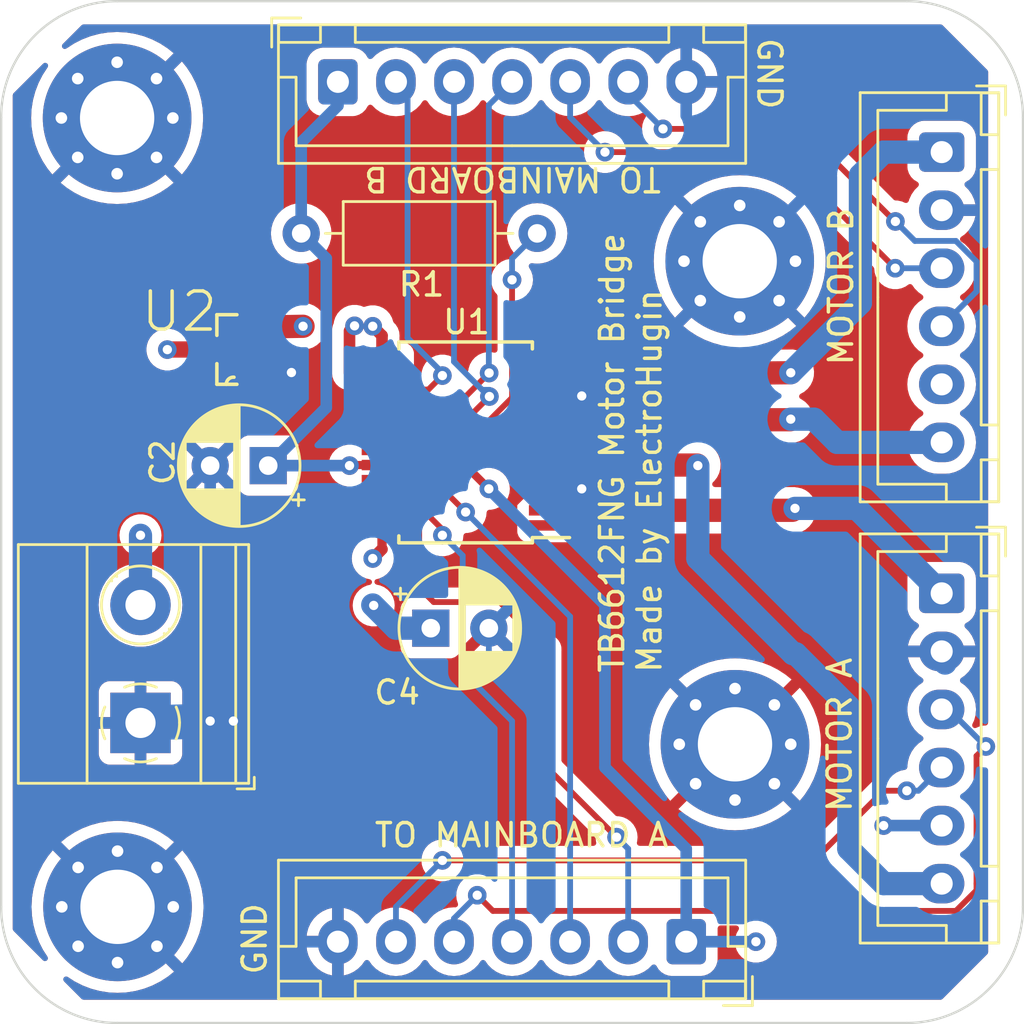
<source format=kicad_pcb>
(kicad_pcb (version 20221018) (generator pcbnew)
  (layers (0 "F.Cu" signal) (1 "In1.Cu" power) (2 "In2.Cu" power) (31 "B.Cu" signal) (34 "B.Paste" user) (35 "F.Paste" user) (36 "B.SilkS" user "B.Silkscreen") (37 "F.SilkS" user "F.Silkscreen") (38 "B.Mask" user) (39 "F.Mask" user) (44 "Edge.Cuts" user))
  (net 0 "")
  (net 1 "+3.3V")
  (net 2 "GND")
  (net 3 "+12V")
  (net 4 "/PWM_A")
  (net 5 "/A1")
  (net 6 "/A2")
  (net 7 "/PWM_B")
  (net 8 "/B1")
  (net 9 "/B2")
  (net 10 "/MA1")
  (net 11 "/MA2")
  (net 12 "/MB1")
  (net 13 "/MB2")
  (net 14 "Net-(U1-STBY)")
  (net 15 "/12VA")
  (net 16 "/EA1")
  (net 17 "/EA2")
  (net 18 "/EB1")
  (net 19 "/EB2")
  (footprint "Connector_JST:JST_XH_B7B-XH-A_1x07_P2.50mm_Vertical" (layer "F.Cu") (at 129.5 70.475)
    (fp_text reference "J2" hide)
    (fp_text value "Conn_01x07" hide)
    (pad "1" thru_hole roundrect (at 0 0) (size 1.7 1.95) (drill 0.95) (layers "*.Cu" "*.Mask") (roundrect_rratio 0.1470588235) (net 1 "+3.3V"))
    (pad "2" thru_hole oval (at 2.5 0) (size 1.7 1.95) (drill 0.95) (layers "*.Cu" "*.Mask") (net 7 "/PWM_B"))
    (pad "3" thru_hole oval (at 5 0) (size 1.7 1.95) (drill 0.95) (layers "*.Cu" "*.Mask") (net 8 "/B1"))
    (pad "4" thru_hole oval (at 7.5 0) (size 1.7 1.95) (drill 0.95) (layers "*.Cu" "*.Mask") (net 9 "/B2"))
    (pad "5" thru_hole oval (at 10 0) (size 1.7 1.95) (drill 0.95) (layers "*.Cu" "*.Mask") (net 18 "/EB1"))
    (pad "6" thru_hole oval (at 12.5 0) (size 1.7 1.95) (drill 0.95) (layers "*.Cu" "*.Mask") (net 19 "/EB2"))
    (pad "7" thru_hole oval (at 15 0) (size 1.7 1.95) (drill 0.95) (layers "*.Cu" "*.Mask") (net 2 "GND"))
  )
  (footprint "MountingHole:MountingHole_3.2mm_M3_Pad_Via" (layer "F.Cu") (at 120.011017 105.999999)
    (fp_text reference "H3" hide)
    (fp_text value "Hole_Pad" hide)
    (pad "1" thru_hole circle (at -2.4 0) (size 0.8 0.8) (drill 0.5) (layers "*.Cu" "*.Mask") (net 2 "GND"))
    (pad "1" thru_hole circle (at -1.697056 -1.697056) (size 0.8 0.8) (drill 0.5) (layers "*.Cu" "*.Mask") (net 2 "GND"))
    (pad "1" thru_hole circle (at -1.697056 1.697056) (size 0.8 0.8) (drill 0.5) (layers "*.Cu" "*.Mask") (net 2 "GND"))
    (pad "1" thru_hole circle (at 0 -2.4) (size 0.8 0.8) (drill 0.5) (layers "*.Cu" "*.Mask") (net 2 "GND"))
    (pad "1" thru_hole circle (at 0 0) (size 6.4 6.4) (drill 3.2) (layers "*.Cu" "*.Mask") (net 2 "GND"))
    (pad "1" thru_hole circle (at 0 2.4) (size 0.8 0.8) (drill 0.5) (layers "*.Cu" "*.Mask") (net 2 "GND"))
    (pad "1" thru_hole circle (at 1.697056 -1.697056) (size 0.8 0.8) (drill 0.5) (layers "*.Cu" "*.Mask") (net 2 "GND"))
    (pad "1" thru_hole circle (at 1.697056 1.697056) (size 0.8 0.8) (drill 0.5) (layers "*.Cu" "*.Mask") (net 2 "GND"))
    (pad "1" thru_hole circle (at 2.4 0) (size 0.8 0.8) (drill 0.5) (layers "*.Cu" "*.Mask") (net 2 "GND"))
  )
  (footprint "MountingHole:MountingHole_3.2mm_M3_Pad_Via" (layer "F.Cu") (at 146.6 99)
    (fp_text reference "H4" hide)
    (fp_text value "Hole_Pad" hide)
    (pad "1" thru_hole circle (at -2.4 0) (size 0.8 0.8) (drill 0.5) (layers "*.Cu" "*.Mask") (net 2 "GND"))
    (pad "1" thru_hole circle (at -1.697056 -1.697056) (size 0.8 0.8) (drill 0.5) (layers "*.Cu" "*.Mask") (net 2 "GND"))
    (pad "1" thru_hole circle (at -1.697056 1.697056) (size 0.8 0.8) (drill 0.5) (layers "*.Cu" "*.Mask") (net 2 "GND"))
    (pad "1" thru_hole circle (at 0 -2.4) (size 0.8 0.8) (drill 0.5) (layers "*.Cu" "*.Mask") (net 2 "GND"))
    (pad "1" thru_hole circle (at 0 0) (size 6.4 6.4) (drill 3.2) (layers "*.Cu" "*.Mask") (net 2 "GND"))
    (pad "1" thru_hole circle (at 0 2.4) (size 0.8 0.8) (drill 0.5) (layers "*.Cu" "*.Mask") (net 2 "GND"))
    (pad "1" thru_hole circle (at 1.697056 -1.697056) (size 0.8 0.8) (drill 0.5) (layers "*.Cu" "*.Mask") (net 2 "GND"))
    (pad "1" thru_hole circle (at 1.697056 1.697056) (size 0.8 0.8) (drill 0.5) (layers "*.Cu" "*.Mask") (net 2 "GND"))
    (pad "1" thru_hole circle (at 2.4 0) (size 0.8 0.8) (drill 0.5) (layers "*.Cu" "*.Mask") (net 2 "GND"))
  )
  (footprint "Connector_JST:JST_XH_B6B-XH-A_1x06_P2.50mm_Vertical" (layer "F.Cu") (at 155.5 73.5 -90)
    (fp_text reference "J5" hide)
    (fp_text value "Conn_01x06")
    (pad "1" thru_hole roundrect (at 0 0 270) (size 1.7 1.95) (drill 0.95) (layers "*.Cu" "*.Mask") (roundrect_rratio 0.1470588235) (net 12 "/MB1"))
    (pad "2" thru_hole oval (at 2.5 0 270) (size 1.7 1.95) (drill 0.95) (layers "*.Cu" "*.Mask") (net 2 "GND"))
    (pad "3" thru_hole oval (at 5 0 270) (size 1.7 1.95) (drill 0.95) (layers "*.Cu" "*.Mask") (net 18 "/EB1"))
    (pad "4" thru_hole oval (at 7.5 0 270) (size 1.7 1.95) (drill 0.95) (layers "*.Cu" "*.Mask") (net 19 "/EB2"))
    (pad "5" thru_hole oval (at 10 0 270) (size 1.7 1.95) (drill 0.95) (layers "*.Cu" "*.Mask") (net 1 "+3.3V"))
    (pad "6" thru_hole oval (at 12.5 0 270) (size 1.7 1.95) (drill 0.95) (layers "*.Cu" "*.Mask") (net 13 "/MB2"))
  )
  (footprint "Capacitor_THT:CP_Radial_D5.0mm_P2.50mm" (layer "F.Cu") (at 133.5 94)
    (fp_text reference "C4" (at -1.448567 2.769253) (layer "F.SilkS"))
    (fp_text value "10u")
    (pad "1" thru_hole rect (at 0 0) (size 1.6 1.6) (drill 0.8) (layers "*.Cu" "*.Mask") (net 3 "+12V"))
    (pad "2" thru_hole circle (at 2.5 0) (size 1.6 1.6) (drill 0.8) (layers "*.Cu" "*.Mask") (net 2 "GND"))
  )
  (footprint "Resistor_THT:R_Axial_DIN0207_L6.3mm_D2.5mm_P10.16mm_Horizontal" (layer "F.Cu") (at 127.92 77)
    (fp_text reference "R1" (at 5.180774 2.196774) (layer "F.SilkS"))
    (fp_text value "10K")
    (pad "1" thru_hole circle (at 0 0) (size 1.6 1.6) (drill 0.8) (layers "*.Cu" "*.Mask") (net 1 "+3.3V"))
    (pad "2" thru_hole oval (at 10.16 0) (size 1.6 1.6) (drill 0.8) (layers "*.Cu" "*.Mask") (net 14 "Net-(U1-STBY)"))
  )
  (footprint "MountingHole:MountingHole_3.2mm_M3_Pad_Via" (layer "F.Cu") (at 119.993342 72.031228)
    (fp_text reference "H1" hide)
    (fp_text value "Hole_Pad" hide)
    (pad "1" thru_hole circle (at -2.4 0) (size 0.8 0.8) (drill 0.5) (layers "*.Cu" "*.Mask") (net 2 "GND"))
    (pad "1" thru_hole circle (at -1.697056 -1.697056) (size 0.8 0.8) (drill 0.5) (layers "*.Cu" "*.Mask") (net 2 "GND"))
    (pad "1" thru_hole circle (at -1.697056 1.697056) (size 0.8 0.8) (drill 0.5) (layers "*.Cu" "*.Mask") (net 2 "GND"))
    (pad "1" thru_hole circle (at 0 -2.4) (size 0.8 0.8) (drill 0.5) (layers "*.Cu" "*.Mask") (net 2 "GND"))
    (pad "1" thru_hole circle (at 0 0) (size 6.4 6.4) (drill 3.2) (layers "*.Cu" "*.Mask") (net 2 "GND"))
    (pad "1" thru_hole circle (at 0 2.4) (size 0.8 0.8) (drill 0.5) (layers "*.Cu" "*.Mask") (net 2 "GND"))
    (pad "1" thru_hole circle (at 1.697056 -1.697056) (size 0.8 0.8) (drill 0.5) (layers "*.Cu" "*.Mask") (net 2 "GND"))
    (pad "1" thru_hole circle (at 1.697056 1.697056) (size 0.8 0.8) (drill 0.5) (layers "*.Cu" "*.Mask") (net 2 "GND"))
    (pad "1" thru_hole circle (at 2.4 0) (size 0.8 0.8) (drill 0.5) (layers "*.Cu" "*.Mask") (net 2 "GND"))
  )
  (footprint "MountingHole:MountingHole_3.2mm_M3_Pad_Via" (layer "F.Cu") (at 146.802944 78.197056)
    (fp_text reference "H2" hide)
    (fp_text value "Hole_Pad" hide)
    (pad "1" thru_hole circle (at -2.4 0) (size 0.8 0.8) (drill 0.5) (layers "*.Cu" "*.Mask") (net 2 "GND"))
    (pad "1" thru_hole circle (at -1.697056 -1.697056) (size 0.8 0.8) (drill 0.5) (layers "*.Cu" "*.Mask") (net 2 "GND"))
    (pad "1" thru_hole circle (at -1.697056 1.697056) (size 0.8 0.8) (drill 0.5) (layers "*.Cu" "*.Mask") (net 2 "GND"))
    (pad "1" thru_hole circle (at 0 -2.4) (size 0.8 0.8) (drill 0.5) (layers "*.Cu" "*.Mask") (net 2 "GND"))
    (pad "1" thru_hole circle (at 0 0) (size 6.4 6.4) (drill 3.2) (layers "*.Cu" "*.Mask") (net 2 "GND"))
    (pad "1" thru_hole circle (at 0 2.4) (size 0.8 0.8) (drill 0.5) (layers "*.Cu" "*.Mask") (net 2 "GND"))
    (pad "1" thru_hole circle (at 1.697056 -1.697056) (size 0.8 0.8) (drill 0.5) (layers "*.Cu" "*.Mask") (net 2 "GND"))
    (pad "1" thru_hole circle (at 1.697056 1.697056) (size 0.8 0.8) (drill 0.5) (layers "*.Cu" "*.Mask") (net 2 "GND"))
    (pad "1" thru_hole circle (at 2.4 0) (size 0.8 0.8) (drill 0.5) (layers "*.Cu" "*.Mask") (net 2 "GND"))
  )
  (footprint "Connector_JST:JST_XH_B6B-XH-A_1x06_P2.50mm_Vertical" (layer "F.Cu") (at 155.5 92.5 -90)
    (fp_text reference "J4" hide)
    (fp_text value "Conn_01x06")
    (pad "1" thru_hole roundrect (at 0 0 270) (size 1.7 1.95) (drill 0.95) (layers "*.Cu" "*.Mask") (roundrect_rratio 0.1470588235) (net 10 "/MA1"))
    (pad "2" thru_hole oval (at 2.5 0 270) (size 1.7 1.95) (drill 0.95) (layers "*.Cu" "*.Mask") (net 2 "GND"))
    (pad "3" thru_hole oval (at 5 0 270) (size 1.7 1.95) (drill 0.95) (layers "*.Cu" "*.Mask") (net 16 "/EA1"))
    (pad "4" thru_hole oval (at 7.5 0 270) (size 1.7 1.95) (drill 0.95) (layers "*.Cu" "*.Mask") (net 17 "/EA2"))
    (pad "5" thru_hole oval (at 10 0 270) (size 1.7 1.95) (drill 0.95) (layers "*.Cu" "*.Mask") (net 1 "+3.3V"))
    (pad "6" thru_hole oval (at 12.5 0 270) (size 1.7 1.95) (drill 0.95) (layers "*.Cu" "*.Mask") (net 11 "/MA2"))
  )
  (footprint "extern:SOT95P240X105-3N" (layer "F.Cu") (at 125 82 180)
    (fp_text reference "U2" (at 2.325839 1.633316) (layer "F.SilkS") (effects (font (size 1.640685 1.640685))))
    (fp_text value "DMG3415U-7" hide)
    (pad "1" smd rect (at -1.016 -0.9652 180) (size 1.3208 0.5588) (layers "F.Cu" "F.Paste" "F.Mask") (net 2 "GND"))
    (pad "2" smd rect (at -1.016 0.9652 180) (size 1.3208 0.5588) (layers "F.Cu" "F.Paste" "F.Mask") (net 3 "+12V"))
    (pad "3" smd rect (at 1.016 0 180) (size 1.3208 0.5588) (layers "F.Cu" "F.Paste" "F.Mask") (net 15 "/12VA"))
  )
  (footprint "Capacitor_THT:CP_Radial_D5.0mm_P2.50mm" (layer "F.Cu") (at 126.5 87 180)
    (fp_text reference "C2" (at 4.551903 0.145588 90) (layer "F.SilkS"))
    (fp_text value "10u")
    (pad "1" thru_hole rect (at 0 0 180) (size 1.6 1.6) (drill 0.8) (layers "*.Cu" "*.Mask") (net 1 "+3.3V"))
    (pad "2" thru_hole circle (at 2.5 0 180) (size 1.6 1.6) (drill 0.8) (layers "*.Cu" "*.Mask") (net 2 "GND"))
  )
  (footprint "Package_SO:SSOP-24_5.3x8.2mm_P0.65mm" (layer "F.Cu") (at 135 86 180)
    (fp_text reference "U1" (at -0.037661 5.180721) (layer "F.SilkS"))
    (fp_text value "TB6612FNG")
    (pad "1" smd rect (at -3.6 -3.575 180) (size 1.75 0.45) (layers "F.Cu" "F.Paste" "F.Mask") (net 10 "/MA1"))
    (pad "2" smd rect (at -3.6 -2.925 180) (size 1.75 0.45) (layers "F.Cu" "F.Paste" "F.Mask") (net 10 "/MA1"))
    (pad "3" smd rect (at -3.6 -2.275 180) (size 1.75 0.45) (layers "F.Cu" "F.Paste" "F.Mask") (net 2 "GND"))
    (pad "4" smd rect (at -3.6 -1.625 180) (size 1.75 0.45) (layers "F.Cu" "F.Paste" "F.Mask") (net 2 "GND"))
    (pad "5" smd rect (at -3.6 -0.975 180) (size 1.75 0.45) (layers "F.Cu" "F.Paste" "F.Mask") (net 11 "/MA2"))
    (pad "6" smd rect (at -3.6 -0.325 180) (size 1.75 0.45) (layers "F.Cu" "F.Paste" "F.Mask") (net 11 "/MA2"))
    (pad "7" smd rect (at -3.6 0.325 180) (size 1.75 0.45) (layers "F.Cu" "F.Paste" "F.Mask") (net 13 "/MB2"))
    (pad "8" smd rect (at -3.6 0.975 180) (size 1.75 0.45) (layers "F.Cu" "F.Paste" "F.Mask") (net 13 "/MB2"))
    (pad "9" smd rect (at -3.6 1.625 180) (size 1.75 0.45) (layers "F.Cu" "F.Paste" "F.Mask") (net 2 "GND"))
    (pad "10" smd rect (at -3.6 2.275 180) (size 1.75 0.45) (layers "F.Cu" "F.Paste" "F.Mask") (net 2 "GND"))
    (pad "11" smd rect (at -3.6 2.925 180) (size 1.75 0.45) (layers "F.Cu" "F.Paste" "F.Mask") (net 12 "/MB1"))
    (pad "12" smd rect (at -3.6 3.575 180) (size 1.75 0.45) (layers "F.Cu" "F.Paste" "F.Mask") (net 12 "/MB1"))
    (pad "13" smd rect (at 3.6 3.575 180) (size 1.75 0.45) (layers "F.Cu" "F.Paste" "F.Mask") (net 3 "+12V"))
    (pad "14" smd rect (at 3.6 2.925 180) (size 1.75 0.45) (layers "F.Cu" "F.Paste" "F.Mask") (net 3 "+12V"))
    (pad "15" smd rect (at 3.6 2.275 180) (size 1.75 0.45) (layers "F.Cu" "F.Paste" "F.Mask") (net 7 "/PWM_B"))
    (pad "16" smd rect (at 3.6 1.625 180) (size 1.75 0.45) (layers "F.Cu" "F.Paste" "F.Mask") (net 9 "/B2"))
    (pad "17" smd rect (at 3.6 0.975 180) (size 1.75 0.45) (layers "F.Cu" "F.Paste" "F.Mask") (net 8 "/B1"))
    (pad "18" smd rect (at 3.6 0.325 180) (size 1.75 0.45) (layers "F.Cu" "F.Paste" "F.Mask") (net 2 "GND"))
    (pad "19" smd rect (at 3.6 -0.325 180) (size 1.75 0.45) (layers "F.Cu" "F.Paste" "F.Mask") (net 14 "Net-(U1-STBY)"))
    (pad "20" smd rect (at 3.6 -0.975 180) (size 1.75 0.45) (layers "F.Cu" "F.Paste" "F.Mask") (net 1 "+3.3V"))
    (pad "21" smd rect (at 3.6 -1.625 180) (size 1.75 0.45) (layers "F.Cu" "F.Paste" "F.Mask") (net 5 "/A1"))
    (pad "22" smd rect (at 3.6 -2.275 180) (size 1.75 0.45) (layers "F.Cu" "F.Paste" "F.Mask") (net 6 "/A2"))
    (pad "23" smd rect (at 3.6 -2.925 180) (size 1.75 0.45) (layers "F.Cu" "F.Paste" "F.Mask") (net 4 "/PWM_A"))
    (pad "24" smd rect (at 3.6 -3.575 180) (size 1.75 0.45) (layers "F.Cu" "F.Paste" "F.Mask") (net 3 "+12V"))
  )
  (footprint "Connector_JST:JST_XH_B7B-XH-A_1x07_P2.50mm_Vertical" (layer "F.Cu") (at 144.5 107.5 180)
    (fp_text reference "J1" hide)
    (fp_text value "Conn_01x07" hide)
    (pad "1" thru_hole roundrect (at 0 0 180) (size 1.7 1.95) (drill 0.95) (layers "*.Cu" "*.Mask") (roundrect_rratio 0.1470588235) (net 1 "+3.3V"))
    (pad "2" thru_hole oval (at 2.5 0 180) (size 1.7 1.95) (drill 0.95) (layers "*.Cu" "*.Mask") (net 4 "/PWM_A"))
    (pad "3" thru_hole oval (at 5 0 180) (size 1.7 1.95) (drill 0.95) (layers "*.Cu" "*.Mask") (net 5 "/A1"))
    (pad "4" thru_hole oval (at 7.5 0 180) (size 1.7 1.95) (drill 0.95) (layers "*.Cu" "*.Mask") (net 6 "/A2"))
    (pad "5" thru_hole oval (at 10 0 180) (size 1.7 1.95) (drill 0.95) (layers "*.Cu" "*.Mask") (net 16 "/EA1"))
    (pad "6" thru_hole oval (at 12.5 0 180) (size 1.7 1.95) (drill 0.95) (layers "*.Cu" "*.Mask") (net 17 "/EA2"))
    (pad "7" thru_hole oval (at 15 0 180) (size 1.7 1.95) (drill 0.95) (layers "*.Cu" "*.Mask") (net 2 "GND"))
  )
  (footprint "TerminalBlock_Phoenix:TerminalBlock_Phoenix_MKDS-1,5-2-5.08_1x02_P5.08mm_Horizontal" (layer "F.Cu") (at 121 98.08 90)
    (fp_text reference "J3" hide)
    (fp_text value "Screw_Terminal_01x02" hide)
    (pad "1" thru_hole rect (at 0 0 90) (size 2.6 2.6) (drill 1.3) (layers "*.Cu" "*.Mask") (net 2 "GND"))
    (pad "2" thru_hole circle (at 5.08 0 90) (size 2.6 2.6) (drill 1.3) (layers "*.Cu" "*.Mask") (net 15 "/12VA"))
  )
  (gr_line (start 120 111) (end 154 111) (stroke (width 0.1)) (layer "Edge.Cuts"))
  (gr_line (start 154 67) (end 120 67) (stroke (width 0.1)) (layer "Edge.Cuts"))
  (gr_arc (start 120 111) (mid 116.464466 109.535534) (end 115 106) (stroke (width 0.1)) (layer "Edge.Cuts"))
  (gr_arc (start 154 67) (mid 157.535534 68.464466) (end 159 72) (stroke (width 0.1)) (layer "Edge.Cuts"))
  (gr_arc (start 159 106) (mid 157.535534 109.535534) (end 154 111) (stroke (width 0.1)) (layer "Edge.Cuts"))
  (gr_line (start 115 72) (end 115 106) (stroke (width 0.1)) (layer "Edge.Cuts"))
  (gr_line (start 159 106) (end 159 72) (stroke (width 0.1)) (layer "Edge.Cuts"))
  (gr_arc (start 115 72) (mid 116.464466 68.464466) (end 120 67) (stroke (width 0.1)) (layer "Edge.Cuts"))
  (gr_text "MOTOR A" (at 151.690838 102 90) (layer "F.SilkS") (effects (font (size 1 1)) (justify left bottom)))
  (gr_text "TO MAINBOARD B" (at 143.5 74.080064 180) (layer "F.SilkS") (effects (font (size 1 1)) (justify left bottom)))
  (gr_text "GND" (at 147.5 68.5 -90) (layer "F.SilkS") (effects (font (size 1 1)) (justify left bottom)))
  (gr_text "TO MAINBOARD A" (at 131 103.5) (layer "F.SilkS") (effects (font (size 1 1)) (justify left bottom)))
  (gr_text "TB6612FNG Motor Bridge\nMade by ElectroHugin" (at 143.5 96 90) (layer "F.SilkS") (effects (font (size 1 1)) (justify left bottom)))
  (gr_text "GND" (at 126.5 109 90) (layer "F.SilkS") (effects (font (size 1 1)) (justify left bottom)))
  (gr_text "MOTOR B" (at 151.751483 82.765161 90) (layer "F.SilkS") (effects (font (size 1 1)) (justify left bottom)))
  (segment (start 131.4 86.975) (end 130.025 86.975) (width 0.35) (layer "F.Cu") (net 1))
  (segment (start 134.975 86.975) (end 131.4 86.975) (width 0.35) (layer "F.Cu") (net 1))
  (segment (start 130.025 86.975) (end 130 87) (width 0.25) (layer "F.Cu") (net 1))
  (segment (start 136 88) (end 134.975 86.975) (width 0.35) (layer "F.Cu") (net 1))
  (via (at 147.5 107.5) (size 0.8) (drill 0.4) (layers "F.Cu" "B.Cu") (net 1))
  (via (at 130 87) (size 0.8) (drill 0.4) (layers "F.Cu" "B.Cu") (net 1))
  (via (at 153 102.5) (size 0.8) (drill 0.4) (layers "F.Cu" "B.Cu") (net 1))
  (via (at 136 88) (size 0.8) (drill 0.4) (layers "F.Cu" "B.Cu") (net 1))
  (segment (start 129.5 71.5) (end 127.92 73.08) (width 0.5) (layer "B.Cu") (net 1))
  (segment (start 144.5 107.5) (end 147.5 107.5) (width 0.5) (layer "B.Cu") (net 1))
  (segment (start 127.92 73.08) (end 127.92 77) (width 0.5) (layer "B.Cu") (net 1))
  (segment (start 129 84.5) (end 126.5 87) (width 0.5) (layer "B.Cu") (net 1))
  (segment (start 141 100) (end 144.5 103.5) (width 0.5) (layer "B.Cu") (net 1))
  (segment (start 129.5 71.5) (end 129.5 70.475) (width 0.5) (layer "B.Cu") (net 1))
  (segment (start 136 88) (end 141 93) (width 0.5) (layer "B.Cu") (net 1))
  (segment (start 144.5 103.5) (end 144.5 107.5) (width 0.5) (layer "B.Cu") (net 1))
  (segment (start 129 78.08) (end 129 84.5) (width 0.5) (layer "B.Cu") (net 1))
  (segment (start 153 102.5) (end 155.5 102.5) (width 0.5) (layer "B.Cu") (net 1))
  (segment (start 141 93) (end 141 100) (width 0.5) (layer "B.Cu") (net 1))
  (segment (start 127.92 77) (end 129 78.08) (width 0.5) (layer "B.Cu") (net 1))
  (segment (start 126.5 87) (end 130 87) (width 0.5) (layer "B.Cu") (net 1))
  (segment (start 140 88) (end 139.725 88.275) (width 0.25) (layer "F.Cu") (net 2))
  (segment (start 131.4 85.675) (end 129.675 85.675) (width 0.25) (layer "F.Cu") (net 2))
  (segment (start 137.475 88.275) (end 137 88.75) (width 0.25) (layer "F.Cu") (net 2))
  (segment (start 139.625 84.375) (end 138.6 84.375) (width 0.25) (layer "F.Cu") (net 2))
  (segment (start 138.6 88.275) (end 138.6 87.625) (width 0.25) (layer "F.Cu") (net 2))
  (segment (start 139.725 83.725) (end 140 84) (width 0.25) (layer "F.Cu") (net 2))
  (segment (start 137 88.75) (end 137 89) (width 0.25) (layer "F.Cu") (net 2))
  (segment (start 137.625 87.625) (end 138.6 87.625) (width 0.25) (layer "F.Cu") (net 2))
  (segment (start 138.6 88.275) (end 137.475 88.275) (width 0.25) (layer "F.Cu") (net 2))
  (segment (start 139.725 88.275) (end 138.6 88.275) (width 0.25) (layer "F.Cu") (net 2))
  (segment (start 137.625 84.375) (end 137 85) (width 0.25) (layer "F.Cu") (net 2))
  (segment (start 127.47397 82.9652) (end 127.5 82.99123) (width 0.5) (layer "F.Cu") (net 2))
  (segment (start 139.625 87.625) (end 140 88) (width 0.25) (layer "F.Cu") (net 2))
  (segment (start 138.6 83.725) (end 139.725 83.725) (width 0.25) (layer "F.Cu") (net 2))
  (segment (start 138.6 84.375) (end 137.625 84.375) (width 0.25) (layer "F.Cu") (net 2))
  (segment (start 138.6 84.375) (end 138.6 83.725) (width 0.25) (layer "F.Cu") (net 2))
  (segment (start 137.625 87.625) (end 137 87) (width 0.25) (layer "F.Cu") (net 2))
  (segment (start 126.016 82.9652) (end 127.47397 82.9652) (width 0.5) (layer "F.Cu") (net 2))
  (segment (start 138.6 87.625) (end 139.625 87.625) (width 0.25) (layer "F.Cu") (net 2))
  (segment (start 140 84) (end 139.625 84.375) (width 0.25) (layer "F.Cu") (net 2))
  (segment (start 137 85) (end 137 86) (width 0.25) (layer "F.Cu") (net 2))
  (via (at 127.5 82.99123) (size 0.8) (drill 0.4) (layers "F.Cu" "B.Cu") (net 2))
  (via (at 124 98) (size 0.8) (drill 0.4) (layers "F.Cu" "B.Cu") (net 2))
  (via (at 140 88) (size 0.8) (drill 0.4) (layers "F.Cu" "B.Cu") (net 2))
  (via (at 140 84) (size 0.8) (drill 0.4) (layers "F.Cu" "B.Cu") (net 2))
  (via (at 125 98) (size 0.8) (drill 0.4) (layers "F.Cu" "B.Cu") (net 2))
  (segment (start 124 98) (end 125 98) (width 1.5) (layer "B.Cu") (net 2))
  (segment (start 136 94) (end 136 95) (width 0.25) (layer "B.Cu") (net 2))
  (segment (start 136 94) (end 137 93) (width 0.25) (layer "B.Cu") (net 2))
  (segment (start 125.5 97.5) (end 125 98) (width 0.5) (layer "B.Cu") (net 2))
  (segment (start 125 98) (end 124.92 98.08) (width 1.5) (layer "B.Cu") (net 2))
  (segment (start 124 87) (end 124 89.5) (width 0.5) (layer "B.Cu") (net 2))
  (segment (start 136 95) (end 136 96) (width 0.25) (layer "B.Cu") (net 2))
  (segment (start 121 98.08) (end 124 98) (width 1.5) (layer "B.Cu") (net 2))
  (segment (start 124 89.5) (end 125.5 91) (width 0.5) (layer "B.Cu") (net 2))
  (segment (start 155.647556 95.305416) (end 155.647556 95.502529) (width 1) (layer "B.Cu") (net 2))
  (segment (start 125.5 91) (end 125.5 97.5) (width 0.5) (layer "B.Cu") (net 2))
  (segment (start 131.4 90.6) (end 131 91) (width 0.5) (layer "F.Cu") (net 3))
  (segment (start 131.4 82.425) (end 131.4 81.4) (width 0.5) (layer "F.Cu") (net 3))
  (segment (start 130 83) (end 130 81.197093) (width 0.5) (layer "F.Cu") (net 3))
  (segment (start 128 81) (end 127.9652 81.0348) (width 0.25) (layer "F.Cu") (net 3))
  (segment (start 131.4 83.075) (end 130.075 83.075) (width 0.4) (layer "F.Cu") (net 3))
  (segment (start 131.4 89.575) (end 131.4 90.6) (width 0.4) (layer "F.Cu") (net 3))
  (segment (start 130 81.197093) (end 130.216539 80.980554) (width 0.25) (layer "F.Cu") (net 3))
  (segment (start 126.016 81.0348) (end 128 81) (width 1) (layer "F.Cu") (net 3))
  (segment (start 130.075 83.075) (end 130 83) (width 0.25) (layer "F.Cu") (net 3))
  (segment (start 131.4 81.4) (end 131 81) (width 0.5) (layer "F.Cu") (net 3))
  (via (at 131 81) (size 0.8) (drill 0.4) (layers "F.Cu" "B.Cu") (net 3))
  (via (at 131 91) (size 0.8) (drill 0.4) (layers "F.Cu" "B.Cu") (net 3))
  (via (at 130.216539 80.980554) (size 0.8) (drill 0.4) (layers "F.Cu" "B.Cu") (net 3))
  (via (at 128 81) (size 0.8) (drill 0.4) (layers "F.Cu" "B.Cu") (net 3))
  (via (at 131.041638 93.020819) (size 0.8) (drill 0.4) (layers "F.Cu" "B.Cu") (net 3))
  (segment (start 133.5 94) (end 132 94) (width 1) (layer "B.Cu") (net 3))
  (segment (start 132 94) (end 131 93) (width 1) (layer "B.Cu") (net 3))
  (segment (start 133 89.386396) (end 132.538604 88.925) (width 0.25) (layer "F.Cu") (net 4))
  (segment (start 141.5 103) (end 138.5 100) (width 0.25) (layer "F.Cu") (net 4))
  (segment (start 136.465991 92.875) (end 133.625 92.875) (width 0.25) (layer "F.Cu") (net 4))
  (segment (start 138.5 100) (end 138.5 94.909009) (width 0.25) (layer "F.Cu") (net 4))
  (segment (start 133.625 92.875) (end 133 92.25) (width 0.25) (layer "F.Cu") (net 4))
  (segment (start 133 92.25) (end 133 89.386396) (width 0.25) (layer "F.Cu") (net 4))
  (segment (start 138.5 94.909009) (end 136.465991 92.875) (width 0.25) (layer "F.Cu") (net 4))
  (segment (start 132.538604 88.925) (end 131.4 88.925) (width 0.25) (layer "F.Cu") (net 4))
  (via (at 141.5 103) (size 0.8) (drill 0.4) (layers "F.Cu" "B.Cu") (net 4))
  (segment (start 141.5 103) (end 142 103.5) (width 0.25) (layer "B.Cu") (net 4))
  (segment (start 142 103.5) (end 142 107.5) (width 0.25) (layer "B.Cu") (net 4))
  (segment (start 135 89) (end 133.625 87.625) (width 0.25) (layer "F.Cu") (net 5))
  (segment (start 133.625 87.625) (end 131.4 87.625) (width 0.25) (layer "F.Cu") (net 5))
  (via (at 135 89) (size 0.8) (drill 0.4) (layers "F.Cu" "B.Cu") (net 5))
  (segment (start 139.5 107.5) (end 139.5 93.5) (width 0.25) (layer "B.Cu") (net 5))
  (segment (start 139.5 93.5) (end 135 89) (width 0.25) (layer "B.Cu") (net 5))
  (segment (start 132.525 88.275) (end 131.4 88.275) (width 0.25) (layer "F.Cu") (net 6))
  (segment (start 134 90) (end 134 89.75) (width 0.25) (layer "F.Cu") (net 6))
  (segment (start 134 89.75) (end 132.525 88.275) (width 0.25) (layer "F.Cu") (net 6))
  (via (at 134 90) (size 0.8) (drill 0.4) (layers "F.Cu" "B.Cu") (net 6))
  (segment (start 134 90) (end 134.875 90.875) (width 0.25) (layer "B.Cu") (net 6))
  (segment (start 137 98) (end 137 107.5) (width 0.25) (layer "B.Cu") (net 6))
  (segment (start 134.875 95.875) (end 137 98) (width 0.25) (layer "B.Cu") (net 6))
  (segment (start 134.875 90.875) (end 134.875 95.875) (width 0.25) (layer "B.Cu") (net 6))
  (segment (start 133.397852 83.725) (end 131.4 83.725) (width 0.25) (layer "F.Cu") (net 7))
  (segment (start 133.999999 83.122853) (end 133.397852 83.725) (width 0.25) (layer "F.Cu") (net 7))
  (via (at 133.999999 83.122853) (size 0.8) (drill 0.4) (layers "F.Cu" "B.Cu") (net 7))
  (segment (start 132.5 81.5) (end 134 83) (width 0.25) (layer "B.Cu") (net 7))
  (segment (start 132.5 70.975) (end 132.5 81.5) (width 0.25) (layer "B.Cu") (net 7))
  (segment (start 132 70.475) (end 132.5 70.975) (width 0.25) (layer "B.Cu") (net 7))
  (segment (start 136.024598 84.024598) (end 135.024196 85.025) (width 0.25) (layer "F.Cu") (net 8))
  (segment (start 135.024196 85.025) (end 131.4 85.025) (width 0.25) (layer "F.Cu") (net 8))
  (via (at 136.024598 84.024598) (size 0.8) (drill 0.4) (layers "F.Cu" "B.Cu") (net 8))
  (segment (start 134.5 82.525305) (end 134.5 70.475) (width 0.25) (layer "B.Cu") (net 8))
  (segment (start 136.024598 84.024598) (end 136.024598 83.737299) (width 0.25) (layer "B.Cu") (net 8))
  (segment (start 135.711994 83.737299) (end 134.5 82.525305) (width 0.25) (layer "B.Cu") (net 8))
  (segment (start 136.024598 83.737299) (end 135.711994 83.737299) (width 0.25) (layer "B.Cu") (net 8))
  (segment (start 136.012299 83.012299) (end 134.649598 84.375) (width 0.25) (layer "F.Cu") (net 9))
  (segment (start 134.649598 84.375) (end 131.4 84.375) (width 0.25) (layer "F.Cu") (net 9))
  (via (at 136.012299 83.012299) (size 0.8) (drill 0.4) (layers "F.Cu" "B.Cu") (net 9))
  (segment (start 136 83) (end 136 71.475) (width 0.25) (layer "B.Cu") (net 9))
  (segment (start 136 71.475) (end 137 70.475) (width 0.25) (layer "B.Cu") (net 9))
  (segment (start 136.012299 83.012299) (end 136 83) (width 0.25) (layer "B.Cu") (net 9))
  (segment (start 141 88.925) (end 149.070027 88.925) (width 1) (layer "F.Cu") (net 10))
  (segment (start 138.6 89.575) (end 140.35 89.575) (width 0.4) (layer "F.Cu") (net 10))
  (segment (start 138.6 88.925) (end 141 88.925) (width 0.4) (layer "F.Cu") (net 10))
  (segment (start 140.35 89.575) (end 141 88.925) (width 0.4) (layer "F.Cu") (net 10))
  (via (at 149.183249 88.841109) (size 0.8) (drill 0.4) (layers "F.Cu" "B.Cu") (net 10))
  (segment (start 149.183249 88.841109) (end 151.841109 88.841109) (width 1) (layer "B.Cu") (net 10))
  (segment (start 151.841109 88.841109) (end 155.5 92.5) (width 1) (layer "B.Cu") (net 10))
  (segment (start 149.183249 88.841109) (end 149.183249 89.038222) (width 0.25) (layer "B.Cu") (net 10))
  (segment (start 138.6 86.975) (end 141 86.975) (width 0.4) (layer "F.Cu") (net 11))
  (segment (start 140.35 86.325) (end 141 86.975) (width 0.4) (layer "F.Cu") (net 11))
  (segment (start 138.6 86.325) (end 140.35 86.325) (width 0.4) (layer "F.Cu") (net 11))
  (segment (start 141 86.975) (end 144.975 86.975) (width 1) (layer "F.Cu") (net 11))
  (segment (start 144.975 86.975) (end 145 87) (width 0.25) (layer "F.Cu") (net 11))
  (via (at 145 87) (size 0.8) (drill 0.4) (layers "F.Cu" "B.Cu") (net 11))
  (segment (start 149.215433 95.1) (end 151.5 97.384567) (width 1) (layer "B.Cu") (net 11))
  (segment (start 149.1 95.1) (end 149.215433 95.1) (width 1) (layer "B.Cu") (net 11))
  (segment (start 151.5 103.5) (end 153 105) (width 1) (layer "B.Cu") (net 11))
  (segment (start 145 91) (end 149.1 95.1) (width 1) (layer "B.Cu") (net 11))
  (segment (start 145 87) (end 145 91) (width 1) (layer "B.Cu") (net 11))
  (segment (start 153 105) (end 155.5 105) (width 1) (layer "B.Cu") (net 11))
  (segment (start 151.5 97.384567) (end 151.5 103.5) (width 1) (layer "B.Cu") (net 11))
  (segment (start 141 83.075) (end 149 83) (width 1) (layer "F.Cu") (net 12))
  (segment (start 140.35 82.425) (end 141 83.075) (width 0.4) (layer "F.Cu") (net 12))
  (segment (start 149 83) (end 148.925 83.075) (width 0.25) (layer "F.Cu") (net 12))
  (segment (start 138.6 82.425) (end 140.35 82.425) (width 0.4) (layer "F.Cu") (net 12))
  (segment (start 138.6 83.075) (end 141 83.075) (width 0.4) (layer "F.Cu") (net 12))
  (via (at 149 83) (size 0.8) (drill 0.4) (layers "F.Cu" "B.Cu") (net 12))
  (segment (start 152 74.5) (end 152 80) (width 1) (layer "B.Cu") (net 12))
  (segment (start 153 73.5) (end 152 74.5) (width 1) (layer "B.Cu") (net 12))
  (segment (start 152 80) (end 149 83) (width 1) (layer "B.Cu") (net 12))
  (segment (start 155.5 73.5) (end 153 73.5) (width 1) (layer "B.Cu") (net 12))
  (segment (start 148.975 85.025) (end 149 85) (width 0.25) (layer "F.Cu") (net 13))
  (segment (start 140.35 85.675) (end 141 85.025) (width 0.4) (layer "F.Cu") (net 13))
  (segment (start 138.6 85.025) (end 141 85.025) (width 0.4) (layer "F.Cu") (net 13))
  (segment (start 138.6 85.675) (end 140.35 85.675) (width 0.4) (layer "F.Cu") (net 13))
  (segment (start 141 85.025) (end 148.975 85.025) (width 1) (layer "F.Cu") (net 13))
  (via (at 149 85) (size 0.8) (drill 0.4) (layers "F.Cu" "B.Cu") (net 13))
  (segment (start 149 85) (end 150 85) (width 1) (layer "B.Cu") (net 13))
  (segment (start 150 85) (end 151 86) (width 1) (layer "B.Cu") (net 13))
  (segment (start 151 86) (end 155.5 86) (width 1) (layer "B.Cu") (net 13))
  (segment (start 131.4 86.325) (end 134.749501 86.325) (width 0.25) (layer "F.Cu") (net 14))
  (segment (start 137 84.074501) (end 137 79) (width 0.25) (layer "F.Cu") (net 14))
  (segment (start 134.749501 86.325) (end 137 84.074501) (width 0.25) (layer "F.Cu") (net 14))
  (via (at 137 79) (size 0.8) (drill 0.4) (layers "F.Cu" "B.Cu") (net 14))
  (segment (start 137 78.08) (end 138.08 77) (width 0.25) (layer "B.Cu") (net 14))
  (segment (start 137 79) (end 137 78.08) (width 0.25) (layer "B.Cu") (net 14))
  (segment (start 122.160263 82) (end 122.156142 82.004121) (width 0.25) (layer "F.Cu") (net 15))
  (segment (start 123.984 82) (end 122.160263 82) (width 0.7) (layer "F.Cu") (net 15))
  (via (at 121 90) (size 0.8) (drill 0.4) (layers "F.Cu" "B.Cu") (net 15))
  (via (at 122.156142 82.004121) (size 0.8) (drill 0.4) (layers "F.Cu" "B.Cu") (net 15))
  (segment (start 121 93) (end 121 90) (width 1) (layer "B.Cu") (net 15))
  (segment (start 157 99.5) (end 157.5 99) (width 0.25) (layer "F.Cu") (net 16))
  (segment (start 135.5 105.5) (end 136.175 106.175) (width 0.25) (layer "F.Cu") (net 16))
  (segment (start 156.111701 106.175) (end 157 105.286701) (width 0.25) (layer "F.Cu") (net 16))
  (segment (start 157 105) (end 157 99.5) (width 0.25) (layer "F.Cu") (net 16))
  (segment (start 157 105.286701) (end 157 105) (width 0.25) (layer "F.Cu") (net 16))
  (segment (start 136.175 106.175) (end 156.111701 106.175) (width 0.25) (layer "F.Cu") (net 16))
  (via (at 157.400645 99.094838) (size 0.8) (drill 0.4) (layers "F.Cu" "B.Cu") (net 16))
  (via (at 135.5 105.5) (size 0.8) (drill 0.4) (layers "F.Cu" "B.Cu") (net 16))
  (segment (start 157.400645 99.094838) (end 155.805807 97.5) (width 0.25) (layer "B.Cu") (net 16))
  (segment (start 134.5 107.5) (end 134.5 106.5) (width 0.25) (layer "B.Cu") (net 16))
  (segment (start 155.805807 97.5) (end 155.5 97.5) (width 0.25) (layer "B.Cu") (net 16))
  (segment (start 134.5 106.5) (end 135.5 105.5) (width 0.25) (layer "B.Cu") (net 16))
  (segment (start 153 101) (end 154 101) (width 0.25) (layer "F.Cu") (net 17))
  (segment (start 150 104) (end 153 101) (width 0.25) (layer "F.Cu") (net 17))
  (segment (start 134 104) (end 150 104) (width 0.25) (layer "F.Cu") (net 17))
  (via (at 134 104) (size 0.8) (drill 0.4) (layers "F.Cu" "B.Cu") (net 17))
  (via (at 154 101) (size 0.8) (drill 0.4) (layers "F.Cu" "B.Cu") (net 17))
  (segment (start 132 107.5) (end 132 106) (width 0.25) (layer "B.Cu") (net 17))
  (segment (start 154 101) (end 154.5 101) (width 0.25) (layer "B.Cu") (net 17))
  (segment (start 132 106) (end 134 104) (width 0.25) (layer "B.Cu") (net 17))
  (segment (start 154.5 101) (end 155.5 100) (width 0.25) (layer "B.Cu") (net 17))
  (segment (start 141 73.5) (end 148.5 73.5) (width 0.25) (layer "F.Cu") (net 18))
  (segment (start 148.5 73.5) (end 153.5 78.5) (width 0.25) (layer "F.Cu") (net 18))
  (via (at 141 73.5) (size 0.8) (drill 0.4) (layers "F.Cu" "B.Cu") (net 18))
  (via (at 153.5 78.5) (size 0.8) (drill 0.4) (layers "F.Cu" "B.Cu") (net 18))
  (segment (start 139.5 70.475) (end 139.5 72) (width 0.25) (layer "B.Cu") (net 18))
  (segment (start 153.5 78.5) (end 155.5 78.5) (width 0.25) (layer "B.Cu") (net 18))
  (segment (start 139.5 72) (end 141 73.5) (width 0.25) (layer "B.Cu") (net 18))
  (segment (start 149.5 72.5) (end 153.5 76.5) (width 0.25) (layer "F.Cu") (net 19))
  (segment (start 143.5 72.5) (end 149.5 72.5) (width 0.25) (layer "F.Cu") (net 19))
  (via (at 143.5 72.5) (size 0.8) (drill 0.4) (layers "F.Cu" "B.Cu") (net 19))
  (via (at 153.507096 76.486322) (size 0.8) (drill 0.4) (layers "F.Cu" "B.Cu") (net 19))
  (segment (start 154.345774 77.325) (end 156.111701 77.325) (width 0.25) (layer "B.Cu") (net 19))
  (segment (start 157 79.5) (end 155.5 81) (width 0.25) (layer "B.Cu") (net 19))
  (segment (start 142 70.475) (end 142 71) (width 0.25) (layer "B.Cu") (net 19))
  (segment (start 156.111701 77.325) (end 157 78.213299) (width 0.25) (layer "B.Cu") (net 19))
  (segment (start 153.507096 76.486322) (end 154.345774 77.325) (width 0.25) (layer "B.Cu") (net 19))
  (segment (start 157 78.213299) (end 157 79.5) (width 0.25) (layer "B.Cu") (net 19))
  (segment (start 142 71) (end 143.5 72.5) (width 0.25) (layer "B.Cu") (net 19))
  (zone (net 2) (net_name "GND") (layers "F.Cu" "In1.Cu" "In2.Cu" "B.Cu") (connect_pads (clearance 0.5)) (min_thickness 0.25) (fill yes (thermal_gap 0.5) (thermal_bridge_width 0.5))
    (polygon (pts (xy 155.5 68) (xy 157.5 70) (xy 157.5 108) (xy 155.5 110) (xy 118.5 110) (xy 115.5 107) (xy 115.5 71) (xy 118.5 68)))
  )
)
</source>
